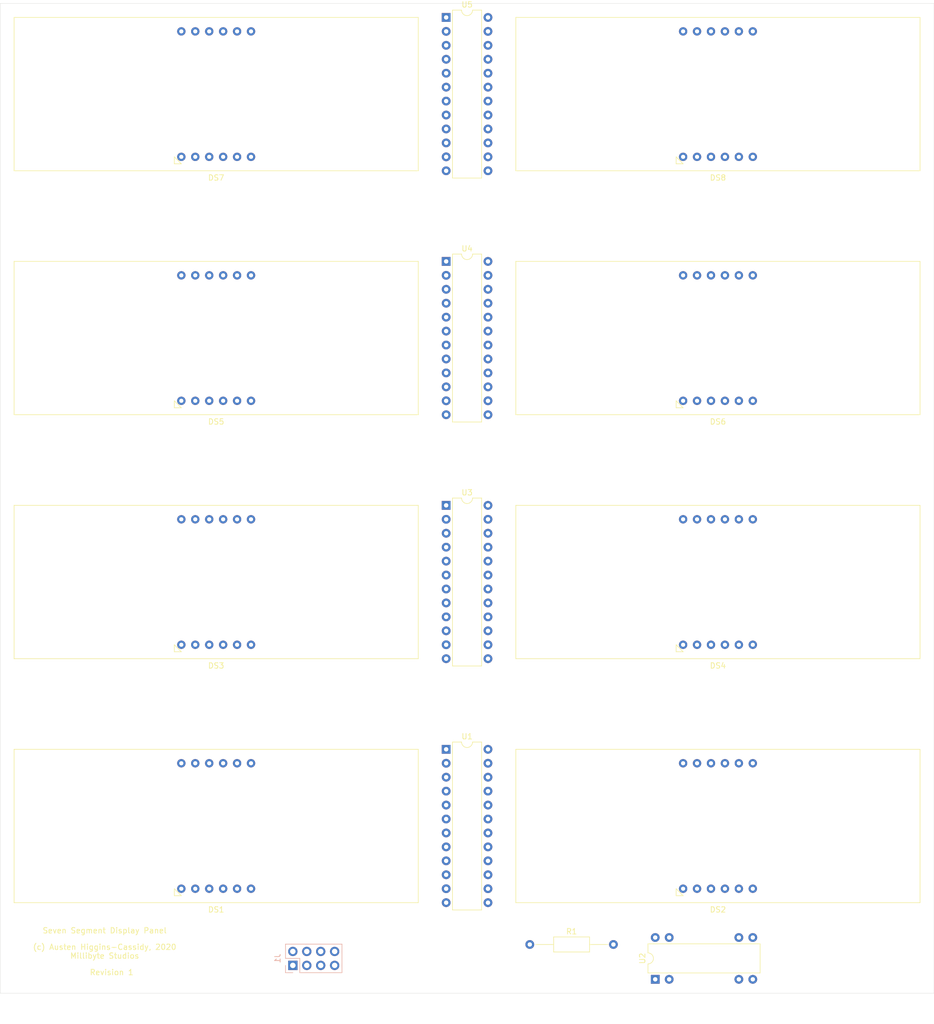
<source format=kicad_pcb>
(kicad_pcb (version 20171130) (host pcbnew "(5.1.8)-1")

  (general
    (thickness 1.6)
    (drawings 14)
    (tracks 0)
    (zones 0)
    (modules 15)
    (nets 79)
  )

  (page B)
  (layers
    (0 F.Cu signal)
    (1 In1.Cu signal)
    (2 In2.Cu power)
    (31 B.Cu signal)
    (32 B.Adhes user)
    (33 F.Adhes user)
    (34 B.Paste user)
    (35 F.Paste user)
    (36 B.SilkS user)
    (37 F.SilkS user)
    (38 B.Mask user)
    (39 F.Mask user)
    (40 Dwgs.User user)
    (41 Cmts.User user)
    (42 Eco1.User user)
    (43 Eco2.User user)
    (44 Edge.Cuts user)
    (45 Margin user)
    (46 B.CrtYd user)
    (47 F.CrtYd user)
    (48 B.Fab user)
    (49 F.Fab user)
  )

  (setup
    (last_trace_width 0.16)
    (user_trace_width 0.5)
    (user_trace_width 0.8)
    (user_trace_width 7)
    (trace_clearance 0.1524)
    (zone_clearance 0.508)
    (zone_45_only no)
    (trace_min 0.1524)
    (via_size 0.3)
    (via_drill 0.254)
    (via_min_size 0.127)
    (via_min_drill 0.254)
    (uvia_size 0.3)
    (uvia_drill 0.1)
    (uvias_allowed no)
    (uvia_min_size 0.2)
    (uvia_min_drill 0.1)
    (edge_width 0.05)
    (segment_width 0.2)
    (pcb_text_width 0.3)
    (pcb_text_size 1.5 1.5)
    (mod_edge_width 0.12)
    (mod_text_size 1 1)
    (mod_text_width 0.15)
    (pad_size 1.524 1.524)
    (pad_drill 0.762)
    (pad_to_mask_clearance 0)
    (aux_axis_origin 0 0)
    (grid_origin 49.53 52.705)
    (visible_elements FFFFFF7F)
    (pcbplotparams
      (layerselection 0x010fc_ffffffff)
      (usegerberextensions false)
      (usegerberattributes true)
      (usegerberadvancedattributes true)
      (creategerberjobfile true)
      (excludeedgelayer true)
      (linewidth 0.100000)
      (plotframeref false)
      (viasonmask false)
      (mode 1)
      (useauxorigin false)
      (hpglpennumber 1)
      (hpglpenspeed 20)
      (hpglpendiameter 15.000000)
      (psnegative false)
      (psa4output false)
      (plotreference true)
      (plotvalue true)
      (plotinvisibletext false)
      (padsonsilk false)
      (subtractmaskfromsilk false)
      (outputformat 1)
      (mirror false)
      (drillshape 1)
      (scaleselection 1)
      (outputdirectory ""))
  )

  (net 0 "")
  (net 1 /SSD_Panel/E1)
  (net 2 /SSD_Panel/D1)
  (net 3 /SSD_Panel/DP1)
  (net 4 /SSD_Panel/C1)
  (net 5 /SSD_Panel/G1)
  (net 6 /SSD_Panel/DIG3)
  (net 7 /SSD_Panel/B1)
  (net 8 /SSD_Panel/DIG2)
  (net 9 /SSD_Panel/DIG1)
  (net 10 /SSD_Panel/F1)
  (net 11 /SSD_Panel/A1)
  (net 12 /SSD_Panel/DIG0)
  (net 13 /SSD_Panel/DIG4)
  (net 14 /SSD_Panel/DIG5)
  (net 15 /SSD_Panel/DIG6)
  (net 16 /SSD_Panel/DIG7)
  (net 17 /SSD_Panel/E2)
  (net 18 /SSD_Panel/D2)
  (net 19 /SSD_Panel/DP2)
  (net 20 /SSD_Panel/C2)
  (net 21 /SSD_Panel/G2)
  (net 22 /SSD_Panel/DIG11)
  (net 23 /SSD_Panel/B2)
  (net 24 /SSD_Panel/DIG10)
  (net 25 /SSD_Panel/DIG9)
  (net 26 /SSD_Panel/F2)
  (net 27 /SSD_Panel/A2)
  (net 28 /SSD_Panel/DIG8)
  (net 29 /SSD_Panel/DIG12)
  (net 30 /SSD_Panel/DIG13)
  (net 31 /SSD_Panel/DIG14)
  (net 32 /SSD_Panel/DIG15)
  (net 33 /SSD_Panel/E3)
  (net 34 /SSD_Panel/D3)
  (net 35 /SSD_Panel/DP3)
  (net 36 /SSD_Panel/C3)
  (net 37 /SSD_Panel/G3)
  (net 38 /SSD_Panel/DIG19)
  (net 39 /SSD_Panel/B3)
  (net 40 /SSD_Panel/DIG18)
  (net 41 /SSD_Panel/DIG17)
  (net 42 /SSD_Panel/F3)
  (net 43 /SSD_Panel/A3)
  (net 44 /SSD_Panel/DIG16)
  (net 45 /SSD_Panel/DIG20)
  (net 46 /SSD_Panel/DIG21)
  (net 47 /SSD_Panel/DIG22)
  (net 48 /SSD_Panel/DIG23)
  (net 49 /SSD_Panel/E4)
  (net 50 /SSD_Panel/D4)
  (net 51 /SSD_Panel/DP4)
  (net 52 /SSD_Panel/C4)
  (net 53 /SSD_Panel/G4)
  (net 54 /SSD_Panel/DIG27)
  (net 55 /SSD_Panel/B4)
  (net 56 /SSD_Panel/DIG26)
  (net 57 /SSD_Panel/DIG25)
  (net 58 /SSD_Panel/F4)
  (net 59 /SSD_Panel/A4)
  (net 60 /SSD_Panel/DIG24)
  (net 61 /SSD_Panel/DIG28)
  (net 62 /SSD_Panel/DIG29)
  (net 63 /SSD_Panel/DIG30)
  (net 64 /SSD_Panel/DIG31)
  (net 65 /SSD_Panel/VCC)
  (net 66 "Net-(J1-Pad2)")
  (net 67 /SSD_Panel/CLK)
  (net 68 /SSD_Panel/DATA)
  (net 69 /SSD_Panel/CCSEL)
  (net 70 "Net-(J1-Pad6)")
  (net 71 /SSD_Panel/LOAD)
  (net 72 /SSD_Panel/GND)
  (net 73 /SSD_Panel/ISET)
  (net 74 "Net-(R1-Pad2)")
  (net 75 "Net-(U1-Pad24)")
  (net 76 "Net-(U3-Pad24)")
  (net 77 "Net-(U4-Pad24)")
  (net 78 "Net-(U5-Pad24)")

  (net_class Default "This is the default net class."
    (clearance 0.1524)
    (trace_width 0.16)
    (via_dia 0.3)
    (via_drill 0.254)
    (uvia_dia 0.3)
    (uvia_drill 0.1)
    (add_net /SSD_Panel/A1)
    (add_net /SSD_Panel/A2)
    (add_net /SSD_Panel/A3)
    (add_net /SSD_Panel/A4)
    (add_net /SSD_Panel/B1)
    (add_net /SSD_Panel/B2)
    (add_net /SSD_Panel/B3)
    (add_net /SSD_Panel/B4)
    (add_net /SSD_Panel/C1)
    (add_net /SSD_Panel/C2)
    (add_net /SSD_Panel/C3)
    (add_net /SSD_Panel/C4)
    (add_net /SSD_Panel/CCSEL)
    (add_net /SSD_Panel/CLK)
    (add_net /SSD_Panel/D1)
    (add_net /SSD_Panel/D2)
    (add_net /SSD_Panel/D3)
    (add_net /SSD_Panel/D4)
    (add_net /SSD_Panel/DATA)
    (add_net /SSD_Panel/DIG0)
    (add_net /SSD_Panel/DIG1)
    (add_net /SSD_Panel/DIG10)
    (add_net /SSD_Panel/DIG11)
    (add_net /SSD_Panel/DIG12)
    (add_net /SSD_Panel/DIG13)
    (add_net /SSD_Panel/DIG14)
    (add_net /SSD_Panel/DIG15)
    (add_net /SSD_Panel/DIG16)
    (add_net /SSD_Panel/DIG17)
    (add_net /SSD_Panel/DIG18)
    (add_net /SSD_Panel/DIG19)
    (add_net /SSD_Panel/DIG2)
    (add_net /SSD_Panel/DIG20)
    (add_net /SSD_Panel/DIG21)
    (add_net /SSD_Panel/DIG22)
    (add_net /SSD_Panel/DIG23)
    (add_net /SSD_Panel/DIG24)
    (add_net /SSD_Panel/DIG25)
    (add_net /SSD_Panel/DIG26)
    (add_net /SSD_Panel/DIG27)
    (add_net /SSD_Panel/DIG28)
    (add_net /SSD_Panel/DIG29)
    (add_net /SSD_Panel/DIG3)
    (add_net /SSD_Panel/DIG30)
    (add_net /SSD_Panel/DIG31)
    (add_net /SSD_Panel/DIG4)
    (add_net /SSD_Panel/DIG5)
    (add_net /SSD_Panel/DIG6)
    (add_net /SSD_Panel/DIG7)
    (add_net /SSD_Panel/DIG8)
    (add_net /SSD_Panel/DIG9)
    (add_net /SSD_Panel/DP1)
    (add_net /SSD_Panel/DP2)
    (add_net /SSD_Panel/DP3)
    (add_net /SSD_Panel/DP4)
    (add_net /SSD_Panel/E1)
    (add_net /SSD_Panel/E2)
    (add_net /SSD_Panel/E3)
    (add_net /SSD_Panel/E4)
    (add_net /SSD_Panel/F1)
    (add_net /SSD_Panel/F2)
    (add_net /SSD_Panel/F3)
    (add_net /SSD_Panel/F4)
    (add_net /SSD_Panel/G1)
    (add_net /SSD_Panel/G2)
    (add_net /SSD_Panel/G3)
    (add_net /SSD_Panel/G4)
    (add_net /SSD_Panel/ISET)
    (add_net /SSD_Panel/LOAD)
    (add_net "Net-(J1-Pad2)")
    (add_net "Net-(J1-Pad6)")
    (add_net "Net-(R1-Pad2)")
    (add_net "Net-(U1-Pad24)")
    (add_net "Net-(U3-Pad24)")
    (add_net "Net-(U4-Pad24)")
    (add_net "Net-(U5-Pad24)")
  )

  (net_class Power ""
    (clearance 0.2)
    (trace_width 0.2)
    (via_dia 0.3)
    (via_drill 0.254)
    (uvia_dia 0.3)
    (uvia_drill 0.1)
    (add_net /SSD_Panel/GND)
    (add_net /SSD_Panel/VCC)
  )

  (module Disarmed:D8041CD (layer F.Cu) (tedit 5FDAC01C) (tstamp 5FDBBAAF)
    (at 52.07 161.925)
    (path /5FDA965E/5FDAFF45)
    (fp_text reference DS1 (at 0 15.24) (layer F.SilkS)
      (effects (font (size 1 1) (thickness 0.15)))
    )
    (fp_text value D8014CD (at 0.1 -14.55) (layer F.Fab)
      (effects (font (size 1 1) (thickness 0.15)))
    )
    (fp_line (start -6.35 12.7) (end -7.62 11.43) (layer F.SilkS) (width 0.12))
    (fp_line (start -7.62 12.7) (end -6.35 12.7) (layer F.SilkS) (width 0.12))
    (fp_line (start -7.62 11.43) (end -7.62 12.7) (layer F.SilkS) (width 0.12))
    (fp_line (start 0 -12.85) (end -0.1 -12.85) (layer F.CrtYd) (width 0.12))
    (fp_line (start -36.83 -13.97) (end -36.83 13.97) (layer F.SilkS) (width 0.12))
    (fp_line (start -36.83 -13.97) (end 36.83 -13.97) (layer F.SilkS) (width 0.12))
    (fp_line (start 36.83 -13.97) (end 36.83 13.97) (layer F.SilkS) (width 0.12))
    (fp_line (start 36.83 13.97) (end -36.83 13.97) (layer F.SilkS) (width 0.12))
    (fp_line (start 37.465 -14.605) (end -37.465 -14.605) (layer F.CrtYd) (width 0.12))
    (fp_line (start -37.465 -14.605) (end -37.465 14.605) (layer F.CrtYd) (width 0.12))
    (fp_line (start -37.465 14.605) (end 37.465 14.605) (layer F.CrtYd) (width 0.12))
    (fp_line (start 37.465 14.605) (end 37.465 -14.605) (layer F.CrtYd) (width 0.12))
    (fp_line (start 0 0) (end 0 -11) (layer Eco1.User) (width 0.12))
    (fp_line (start 0 0) (end 0 11) (layer Eco1.User) (width 0.12))
    (pad 1 thru_hole circle (at -6.35 11.43) (size 1.524 1.524) (drill 0.762) (layers *.Cu *.Mask)
      (net 1 /SSD_Panel/E1))
    (pad 2 thru_hole circle (at -3.81 11.43) (size 1.524 1.524) (drill 0.762) (layers *.Cu *.Mask)
      (net 2 /SSD_Panel/D1))
    (pad 3 thru_hole circle (at -1.27 11.43) (size 1.524 1.524) (drill 0.762) (layers *.Cu *.Mask)
      (net 3 /SSD_Panel/DP1))
    (pad 4 thru_hole circle (at 1.27 11.43) (size 1.524 1.524) (drill 0.762) (layers *.Cu *.Mask)
      (net 4 /SSD_Panel/C1))
    (pad 5 thru_hole circle (at 3.81 11.43) (size 1.524 1.524) (drill 0.762) (layers *.Cu *.Mask)
      (net 5 /SSD_Panel/G1))
    (pad 6 thru_hole circle (at 6.35 11.43) (size 1.524 1.524) (drill 0.762) (layers *.Cu *.Mask)
      (net 6 /SSD_Panel/DIG3))
    (pad 7 thru_hole circle (at 6.35 -11.43) (size 1.524 1.524) (drill 0.762) (layers *.Cu *.Mask)
      (net 7 /SSD_Panel/B1))
    (pad 8 thru_hole circle (at 3.81 -11.43) (size 1.524 1.524) (drill 0.762) (layers *.Cu *.Mask)
      (net 8 /SSD_Panel/DIG2))
    (pad 9 thru_hole circle (at 1.27 -11.43) (size 1.524 1.524) (drill 0.762) (layers *.Cu *.Mask)
      (net 9 /SSD_Panel/DIG1))
    (pad 10 thru_hole circle (at -1.27 -11.43) (size 1.524 1.524) (drill 0.762) (layers *.Cu *.Mask)
      (net 10 /SSD_Panel/F1))
    (pad 11 thru_hole circle (at -3.81 -11.43) (size 1.524 1.524) (drill 0.762) (layers *.Cu *.Mask)
      (net 11 /SSD_Panel/A1))
    (pad 12 thru_hole circle (at -6.35 -11.43) (size 1.524 1.524) (drill 0.762) (layers *.Cu *.Mask)
      (net 12 /SSD_Panel/DIG0))
  )

  (module Disarmed:D8041CD (layer F.Cu) (tedit 5FDAC01C) (tstamp 5FDBBACD)
    (at 143.51 161.925)
    (path /5FDA965E/5FDB2B9D)
    (fp_text reference DS2 (at 0 15.24) (layer F.SilkS)
      (effects (font (size 1 1) (thickness 0.15)))
    )
    (fp_text value D8014CD (at 0.1 -14.55) (layer F.Fab)
      (effects (font (size 1 1) (thickness 0.15)))
    )
    (fp_line (start 0 0) (end 0 11) (layer Eco1.User) (width 0.12))
    (fp_line (start 0 0) (end 0 -11) (layer Eco1.User) (width 0.12))
    (fp_line (start 37.465 14.605) (end 37.465 -14.605) (layer F.CrtYd) (width 0.12))
    (fp_line (start -37.465 14.605) (end 37.465 14.605) (layer F.CrtYd) (width 0.12))
    (fp_line (start -37.465 -14.605) (end -37.465 14.605) (layer F.CrtYd) (width 0.12))
    (fp_line (start 37.465 -14.605) (end -37.465 -14.605) (layer F.CrtYd) (width 0.12))
    (fp_line (start 36.83 13.97) (end -36.83 13.97) (layer F.SilkS) (width 0.12))
    (fp_line (start 36.83 -13.97) (end 36.83 13.97) (layer F.SilkS) (width 0.12))
    (fp_line (start -36.83 -13.97) (end 36.83 -13.97) (layer F.SilkS) (width 0.12))
    (fp_line (start -36.83 -13.97) (end -36.83 13.97) (layer F.SilkS) (width 0.12))
    (fp_line (start 0 -12.85) (end -0.1 -12.85) (layer F.CrtYd) (width 0.12))
    (fp_line (start -7.62 11.43) (end -7.62 12.7) (layer F.SilkS) (width 0.12))
    (fp_line (start -7.62 12.7) (end -6.35 12.7) (layer F.SilkS) (width 0.12))
    (fp_line (start -6.35 12.7) (end -7.62 11.43) (layer F.SilkS) (width 0.12))
    (pad 12 thru_hole circle (at -6.35 -11.43) (size 1.524 1.524) (drill 0.762) (layers *.Cu *.Mask)
      (net 13 /SSD_Panel/DIG4))
    (pad 11 thru_hole circle (at -3.81 -11.43) (size 1.524 1.524) (drill 0.762) (layers *.Cu *.Mask)
      (net 11 /SSD_Panel/A1))
    (pad 10 thru_hole circle (at -1.27 -11.43) (size 1.524 1.524) (drill 0.762) (layers *.Cu *.Mask)
      (net 10 /SSD_Panel/F1))
    (pad 9 thru_hole circle (at 1.27 -11.43) (size 1.524 1.524) (drill 0.762) (layers *.Cu *.Mask)
      (net 14 /SSD_Panel/DIG5))
    (pad 8 thru_hole circle (at 3.81 -11.43) (size 1.524 1.524) (drill 0.762) (layers *.Cu *.Mask)
      (net 15 /SSD_Panel/DIG6))
    (pad 7 thru_hole circle (at 6.35 -11.43) (size 1.524 1.524) (drill 0.762) (layers *.Cu *.Mask)
      (net 7 /SSD_Panel/B1))
    (pad 6 thru_hole circle (at 6.35 11.43) (size 1.524 1.524) (drill 0.762) (layers *.Cu *.Mask)
      (net 16 /SSD_Panel/DIG7))
    (pad 5 thru_hole circle (at 3.81 11.43) (size 1.524 1.524) (drill 0.762) (layers *.Cu *.Mask)
      (net 5 /SSD_Panel/G1))
    (pad 4 thru_hole circle (at 1.27 11.43) (size 1.524 1.524) (drill 0.762) (layers *.Cu *.Mask)
      (net 4 /SSD_Panel/C1))
    (pad 3 thru_hole circle (at -1.27 11.43) (size 1.524 1.524) (drill 0.762) (layers *.Cu *.Mask)
      (net 3 /SSD_Panel/DP1))
    (pad 2 thru_hole circle (at -3.81 11.43) (size 1.524 1.524) (drill 0.762) (layers *.Cu *.Mask)
      (net 2 /SSD_Panel/D1))
    (pad 1 thru_hole circle (at -6.35 11.43) (size 1.524 1.524) (drill 0.762) (layers *.Cu *.Mask)
      (net 1 /SSD_Panel/E1))
  )

  (module Disarmed:D8041CD (layer F.Cu) (tedit 5FDAC01C) (tstamp 5FDBBAEB)
    (at 52.07 117.475)
    (path /5FDA965E/5FDF6F92)
    (fp_text reference DS3 (at 0 15.24) (layer F.SilkS)
      (effects (font (size 1 1) (thickness 0.15)))
    )
    (fp_text value D8014CD (at 0.1 -14.55) (layer F.Fab)
      (effects (font (size 1 1) (thickness 0.15)))
    )
    (fp_line (start -6.35 12.7) (end -7.62 11.43) (layer F.SilkS) (width 0.12))
    (fp_line (start -7.62 12.7) (end -6.35 12.7) (layer F.SilkS) (width 0.12))
    (fp_line (start -7.62 11.43) (end -7.62 12.7) (layer F.SilkS) (width 0.12))
    (fp_line (start 0 -12.85) (end -0.1 -12.85) (layer F.CrtYd) (width 0.12))
    (fp_line (start -36.83 -13.97) (end -36.83 13.97) (layer F.SilkS) (width 0.12))
    (fp_line (start -36.83 -13.97) (end 36.83 -13.97) (layer F.SilkS) (width 0.12))
    (fp_line (start 36.83 -13.97) (end 36.83 13.97) (layer F.SilkS) (width 0.12))
    (fp_line (start 36.83 13.97) (end -36.83 13.97) (layer F.SilkS) (width 0.12))
    (fp_line (start 37.465 -14.605) (end -37.465 -14.605) (layer F.CrtYd) (width 0.12))
    (fp_line (start -37.465 -14.605) (end -37.465 14.605) (layer F.CrtYd) (width 0.12))
    (fp_line (start -37.465 14.605) (end 37.465 14.605) (layer F.CrtYd) (width 0.12))
    (fp_line (start 37.465 14.605) (end 37.465 -14.605) (layer F.CrtYd) (width 0.12))
    (fp_line (start 0 0) (end 0 -11) (layer Eco1.User) (width 0.12))
    (fp_line (start 0 0) (end 0 11) (layer Eco1.User) (width 0.12))
    (pad 1 thru_hole circle (at -6.35 11.43) (size 1.524 1.524) (drill 0.762) (layers *.Cu *.Mask)
      (net 17 /SSD_Panel/E2))
    (pad 2 thru_hole circle (at -3.81 11.43) (size 1.524 1.524) (drill 0.762) (layers *.Cu *.Mask)
      (net 18 /SSD_Panel/D2))
    (pad 3 thru_hole circle (at -1.27 11.43) (size 1.524 1.524) (drill 0.762) (layers *.Cu *.Mask)
      (net 19 /SSD_Panel/DP2))
    (pad 4 thru_hole circle (at 1.27 11.43) (size 1.524 1.524) (drill 0.762) (layers *.Cu *.Mask)
      (net 20 /SSD_Panel/C2))
    (pad 5 thru_hole circle (at 3.81 11.43) (size 1.524 1.524) (drill 0.762) (layers *.Cu *.Mask)
      (net 21 /SSD_Panel/G2))
    (pad 6 thru_hole circle (at 6.35 11.43) (size 1.524 1.524) (drill 0.762) (layers *.Cu *.Mask)
      (net 22 /SSD_Panel/DIG11))
    (pad 7 thru_hole circle (at 6.35 -11.43) (size 1.524 1.524) (drill 0.762) (layers *.Cu *.Mask)
      (net 23 /SSD_Panel/B2))
    (pad 8 thru_hole circle (at 3.81 -11.43) (size 1.524 1.524) (drill 0.762) (layers *.Cu *.Mask)
      (net 24 /SSD_Panel/DIG10))
    (pad 9 thru_hole circle (at 1.27 -11.43) (size 1.524 1.524) (drill 0.762) (layers *.Cu *.Mask)
      (net 25 /SSD_Panel/DIG9))
    (pad 10 thru_hole circle (at -1.27 -11.43) (size 1.524 1.524) (drill 0.762) (layers *.Cu *.Mask)
      (net 26 /SSD_Panel/F2))
    (pad 11 thru_hole circle (at -3.81 -11.43) (size 1.524 1.524) (drill 0.762) (layers *.Cu *.Mask)
      (net 27 /SSD_Panel/A2))
    (pad 12 thru_hole circle (at -6.35 -11.43) (size 1.524 1.524) (drill 0.762) (layers *.Cu *.Mask)
      (net 28 /SSD_Panel/DIG8))
  )

  (module Disarmed:D8041CD (layer F.Cu) (tedit 5FDAC01C) (tstamp 5FDBBB09)
    (at 143.51 117.475)
    (path /5FDA965E/5FDF6F98)
    (fp_text reference DS4 (at 0 15.24) (layer F.SilkS)
      (effects (font (size 1 1) (thickness 0.15)))
    )
    (fp_text value D8014CD (at 0.1 -14.55) (layer F.Fab)
      (effects (font (size 1 1) (thickness 0.15)))
    )
    (fp_line (start 0 0) (end 0 11) (layer Eco1.User) (width 0.12))
    (fp_line (start 0 0) (end 0 -11) (layer Eco1.User) (width 0.12))
    (fp_line (start 37.465 14.605) (end 37.465 -14.605) (layer F.CrtYd) (width 0.12))
    (fp_line (start -37.465 14.605) (end 37.465 14.605) (layer F.CrtYd) (width 0.12))
    (fp_line (start -37.465 -14.605) (end -37.465 14.605) (layer F.CrtYd) (width 0.12))
    (fp_line (start 37.465 -14.605) (end -37.465 -14.605) (layer F.CrtYd) (width 0.12))
    (fp_line (start 36.83 13.97) (end -36.83 13.97) (layer F.SilkS) (width 0.12))
    (fp_line (start 36.83 -13.97) (end 36.83 13.97) (layer F.SilkS) (width 0.12))
    (fp_line (start -36.83 -13.97) (end 36.83 -13.97) (layer F.SilkS) (width 0.12))
    (fp_line (start -36.83 -13.97) (end -36.83 13.97) (layer F.SilkS) (width 0.12))
    (fp_line (start 0 -12.85) (end -0.1 -12.85) (layer F.CrtYd) (width 0.12))
    (fp_line (start -7.62 11.43) (end -7.62 12.7) (layer F.SilkS) (width 0.12))
    (fp_line (start -7.62 12.7) (end -6.35 12.7) (layer F.SilkS) (width 0.12))
    (fp_line (start -6.35 12.7) (end -7.62 11.43) (layer F.SilkS) (width 0.12))
    (pad 12 thru_hole circle (at -6.35 -11.43) (size 1.524 1.524) (drill 0.762) (layers *.Cu *.Mask)
      (net 29 /SSD_Panel/DIG12))
    (pad 11 thru_hole circle (at -3.81 -11.43) (size 1.524 1.524) (drill 0.762) (layers *.Cu *.Mask)
      (net 27 /SSD_Panel/A2))
    (pad 10 thru_hole circle (at -1.27 -11.43) (size 1.524 1.524) (drill 0.762) (layers *.Cu *.Mask)
      (net 26 /SSD_Panel/F2))
    (pad 9 thru_hole circle (at 1.27 -11.43) (size 1.524 1.524) (drill 0.762) (layers *.Cu *.Mask)
      (net 30 /SSD_Panel/DIG13))
    (pad 8 thru_hole circle (at 3.81 -11.43) (size 1.524 1.524) (drill 0.762) (layers *.Cu *.Mask)
      (net 31 /SSD_Panel/DIG14))
    (pad 7 thru_hole circle (at 6.35 -11.43) (size 1.524 1.524) (drill 0.762) (layers *.Cu *.Mask)
      (net 23 /SSD_Panel/B2))
    (pad 6 thru_hole circle (at 6.35 11.43) (size 1.524 1.524) (drill 0.762) (layers *.Cu *.Mask)
      (net 32 /SSD_Panel/DIG15))
    (pad 5 thru_hole circle (at 3.81 11.43) (size 1.524 1.524) (drill 0.762) (layers *.Cu *.Mask)
      (net 21 /SSD_Panel/G2))
    (pad 4 thru_hole circle (at 1.27 11.43) (size 1.524 1.524) (drill 0.762) (layers *.Cu *.Mask)
      (net 20 /SSD_Panel/C2))
    (pad 3 thru_hole circle (at -1.27 11.43) (size 1.524 1.524) (drill 0.762) (layers *.Cu *.Mask)
      (net 19 /SSD_Panel/DP2))
    (pad 2 thru_hole circle (at -3.81 11.43) (size 1.524 1.524) (drill 0.762) (layers *.Cu *.Mask)
      (net 18 /SSD_Panel/D2))
    (pad 1 thru_hole circle (at -6.35 11.43) (size 1.524 1.524) (drill 0.762) (layers *.Cu *.Mask)
      (net 17 /SSD_Panel/E2))
  )

  (module Disarmed:D8041CD (layer F.Cu) (tedit 5FDAC01C) (tstamp 5FDBBB27)
    (at 52.07 73.025)
    (path /5FDA965E/5FDF8DD1)
    (fp_text reference DS5 (at 0 15.24) (layer F.SilkS)
      (effects (font (size 1 1) (thickness 0.15)))
    )
    (fp_text value D8014CD (at 0.1 -14.55) (layer F.Fab)
      (effects (font (size 1 1) (thickness 0.15)))
    )
    (fp_line (start -6.35 12.7) (end -7.62 11.43) (layer F.SilkS) (width 0.12))
    (fp_line (start -7.62 12.7) (end -6.35 12.7) (layer F.SilkS) (width 0.12))
    (fp_line (start -7.62 11.43) (end -7.62 12.7) (layer F.SilkS) (width 0.12))
    (fp_line (start 0 -12.85) (end -0.1 -12.85) (layer F.CrtYd) (width 0.12))
    (fp_line (start -36.83 -13.97) (end -36.83 13.97) (layer F.SilkS) (width 0.12))
    (fp_line (start -36.83 -13.97) (end 36.83 -13.97) (layer F.SilkS) (width 0.12))
    (fp_line (start 36.83 -13.97) (end 36.83 13.97) (layer F.SilkS) (width 0.12))
    (fp_line (start 36.83 13.97) (end -36.83 13.97) (layer F.SilkS) (width 0.12))
    (fp_line (start 37.465 -14.605) (end -37.465 -14.605) (layer F.CrtYd) (width 0.12))
    (fp_line (start -37.465 -14.605) (end -37.465 14.605) (layer F.CrtYd) (width 0.12))
    (fp_line (start -37.465 14.605) (end 37.465 14.605) (layer F.CrtYd) (width 0.12))
    (fp_line (start 37.465 14.605) (end 37.465 -14.605) (layer F.CrtYd) (width 0.12))
    (fp_line (start 0 0) (end 0 -11) (layer Eco1.User) (width 0.12))
    (fp_line (start 0 0) (end 0 11) (layer Eco1.User) (width 0.12))
    (pad 1 thru_hole circle (at -6.35 11.43) (size 1.524 1.524) (drill 0.762) (layers *.Cu *.Mask)
      (net 33 /SSD_Panel/E3))
    (pad 2 thru_hole circle (at -3.81 11.43) (size 1.524 1.524) (drill 0.762) (layers *.Cu *.Mask)
      (net 34 /SSD_Panel/D3))
    (pad 3 thru_hole circle (at -1.27 11.43) (size 1.524 1.524) (drill 0.762) (layers *.Cu *.Mask)
      (net 35 /SSD_Panel/DP3))
    (pad 4 thru_hole circle (at 1.27 11.43) (size 1.524 1.524) (drill 0.762) (layers *.Cu *.Mask)
      (net 36 /SSD_Panel/C3))
    (pad 5 thru_hole circle (at 3.81 11.43) (size 1.524 1.524) (drill 0.762) (layers *.Cu *.Mask)
      (net 37 /SSD_Panel/G3))
    (pad 6 thru_hole circle (at 6.35 11.43) (size 1.524 1.524) (drill 0.762) (layers *.Cu *.Mask)
      (net 38 /SSD_Panel/DIG19))
    (pad 7 thru_hole circle (at 6.35 -11.43) (size 1.524 1.524) (drill 0.762) (layers *.Cu *.Mask)
      (net 39 /SSD_Panel/B3))
    (pad 8 thru_hole circle (at 3.81 -11.43) (size 1.524 1.524) (drill 0.762) (layers *.Cu *.Mask)
      (net 40 /SSD_Panel/DIG18))
    (pad 9 thru_hole circle (at 1.27 -11.43) (size 1.524 1.524) (drill 0.762) (layers *.Cu *.Mask)
      (net 41 /SSD_Panel/DIG17))
    (pad 10 thru_hole circle (at -1.27 -11.43) (size 1.524 1.524) (drill 0.762) (layers *.Cu *.Mask)
      (net 42 /SSD_Panel/F3))
    (pad 11 thru_hole circle (at -3.81 -11.43) (size 1.524 1.524) (drill 0.762) (layers *.Cu *.Mask)
      (net 43 /SSD_Panel/A3))
    (pad 12 thru_hole circle (at -6.35 -11.43) (size 1.524 1.524) (drill 0.762) (layers *.Cu *.Mask)
      (net 44 /SSD_Panel/DIG16))
  )

  (module Disarmed:D8041CD (layer F.Cu) (tedit 5FDAC01C) (tstamp 5FDBBB45)
    (at 143.51 73.025)
    (path /5FDA965E/5FDF8DD7)
    (fp_text reference DS6 (at 0 15.24) (layer F.SilkS)
      (effects (font (size 1 1) (thickness 0.15)))
    )
    (fp_text value D8014CD (at 0.1 -14.55) (layer F.Fab)
      (effects (font (size 1 1) (thickness 0.15)))
    )
    (fp_line (start 0 0) (end 0 11) (layer Eco1.User) (width 0.12))
    (fp_line (start 0 0) (end 0 -11) (layer Eco1.User) (width 0.12))
    (fp_line (start 37.465 14.605) (end 37.465 -14.605) (layer F.CrtYd) (width 0.12))
    (fp_line (start -37.465 14.605) (end 37.465 14.605) (layer F.CrtYd) (width 0.12))
    (fp_line (start -37.465 -14.605) (end -37.465 14.605) (layer F.CrtYd) (width 0.12))
    (fp_line (start 37.465 -14.605) (end -37.465 -14.605) (layer F.CrtYd) (width 0.12))
    (fp_line (start 36.83 13.97) (end -36.83 13.97) (layer F.SilkS) (width 0.12))
    (fp_line (start 36.83 -13.97) (end 36.83 13.97) (layer F.SilkS) (width 0.12))
    (fp_line (start -36.83 -13.97) (end 36.83 -13.97) (layer F.SilkS) (width 0.12))
    (fp_line (start -36.83 -13.97) (end -36.83 13.97) (layer F.SilkS) (width 0.12))
    (fp_line (start 0 -12.85) (end -0.1 -12.85) (layer F.CrtYd) (width 0.12))
    (fp_line (start -7.62 11.43) (end -7.62 12.7) (layer F.SilkS) (width 0.12))
    (fp_line (start -7.62 12.7) (end -6.35 12.7) (layer F.SilkS) (width 0.12))
    (fp_line (start -6.35 12.7) (end -7.62 11.43) (layer F.SilkS) (width 0.12))
    (pad 12 thru_hole circle (at -6.35 -11.43) (size 1.524 1.524) (drill 0.762) (layers *.Cu *.Mask)
      (net 45 /SSD_Panel/DIG20))
    (pad 11 thru_hole circle (at -3.81 -11.43) (size 1.524 1.524) (drill 0.762) (layers *.Cu *.Mask)
      (net 43 /SSD_Panel/A3))
    (pad 10 thru_hole circle (at -1.27 -11.43) (size 1.524 1.524) (drill 0.762) (layers *.Cu *.Mask)
      (net 42 /SSD_Panel/F3))
    (pad 9 thru_hole circle (at 1.27 -11.43) (size 1.524 1.524) (drill 0.762) (layers *.Cu *.Mask)
      (net 46 /SSD_Panel/DIG21))
    (pad 8 thru_hole circle (at 3.81 -11.43) (size 1.524 1.524) (drill 0.762) (layers *.Cu *.Mask)
      (net 47 /SSD_Panel/DIG22))
    (pad 7 thru_hole circle (at 6.35 -11.43) (size 1.524 1.524) (drill 0.762) (layers *.Cu *.Mask)
      (net 39 /SSD_Panel/B3))
    (pad 6 thru_hole circle (at 6.35 11.43) (size 1.524 1.524) (drill 0.762) (layers *.Cu *.Mask)
      (net 48 /SSD_Panel/DIG23))
    (pad 5 thru_hole circle (at 3.81 11.43) (size 1.524 1.524) (drill 0.762) (layers *.Cu *.Mask)
      (net 37 /SSD_Panel/G3))
    (pad 4 thru_hole circle (at 1.27 11.43) (size 1.524 1.524) (drill 0.762) (layers *.Cu *.Mask)
      (net 36 /SSD_Panel/C3))
    (pad 3 thru_hole circle (at -1.27 11.43) (size 1.524 1.524) (drill 0.762) (layers *.Cu *.Mask)
      (net 35 /SSD_Panel/DP3))
    (pad 2 thru_hole circle (at -3.81 11.43) (size 1.524 1.524) (drill 0.762) (layers *.Cu *.Mask)
      (net 34 /SSD_Panel/D3))
    (pad 1 thru_hole circle (at -6.35 11.43) (size 1.524 1.524) (drill 0.762) (layers *.Cu *.Mask)
      (net 33 /SSD_Panel/E3))
  )

  (module Disarmed:D8041CD (layer F.Cu) (tedit 5FDAC01C) (tstamp 5FDBBB63)
    (at 52.07 28.575)
    (path /5FDA965E/5FDFC2C0)
    (fp_text reference DS7 (at 0 15.24) (layer F.SilkS)
      (effects (font (size 1 1) (thickness 0.15)))
    )
    (fp_text value D8014CD (at 0.1 -14.55) (layer F.Fab)
      (effects (font (size 1 1) (thickness 0.15)))
    )
    (fp_line (start -6.35 12.7) (end -7.62 11.43) (layer F.SilkS) (width 0.12))
    (fp_line (start -7.62 12.7) (end -6.35 12.7) (layer F.SilkS) (width 0.12))
    (fp_line (start -7.62 11.43) (end -7.62 12.7) (layer F.SilkS) (width 0.12))
    (fp_line (start 0 -12.85) (end -0.1 -12.85) (layer F.CrtYd) (width 0.12))
    (fp_line (start -36.83 -13.97) (end -36.83 13.97) (layer F.SilkS) (width 0.12))
    (fp_line (start -36.83 -13.97) (end 36.83 -13.97) (layer F.SilkS) (width 0.12))
    (fp_line (start 36.83 -13.97) (end 36.83 13.97) (layer F.SilkS) (width 0.12))
    (fp_line (start 36.83 13.97) (end -36.83 13.97) (layer F.SilkS) (width 0.12))
    (fp_line (start 37.465 -14.605) (end -37.465 -14.605) (layer F.CrtYd) (width 0.12))
    (fp_line (start -37.465 -14.605) (end -37.465 14.605) (layer F.CrtYd) (width 0.12))
    (fp_line (start -37.465 14.605) (end 37.465 14.605) (layer F.CrtYd) (width 0.12))
    (fp_line (start 37.465 14.605) (end 37.465 -14.605) (layer F.CrtYd) (width 0.12))
    (fp_line (start 0 0) (end 0 -11) (layer Eco1.User) (width 0.12))
    (fp_line (start 0 0) (end 0 11) (layer Eco1.User) (width 0.12))
    (pad 1 thru_hole circle (at -6.35 11.43) (size 1.524 1.524) (drill 0.762) (layers *.Cu *.Mask)
      (net 49 /SSD_Panel/E4))
    (pad 2 thru_hole circle (at -3.81 11.43) (size 1.524 1.524) (drill 0.762) (layers *.Cu *.Mask)
      (net 50 /SSD_Panel/D4))
    (pad 3 thru_hole circle (at -1.27 11.43) (size 1.524 1.524) (drill 0.762) (layers *.Cu *.Mask)
      (net 51 /SSD_Panel/DP4))
    (pad 4 thru_hole circle (at 1.27 11.43) (size 1.524 1.524) (drill 0.762) (layers *.Cu *.Mask)
      (net 52 /SSD_Panel/C4))
    (pad 5 thru_hole circle (at 3.81 11.43) (size 1.524 1.524) (drill 0.762) (layers *.Cu *.Mask)
      (net 53 /SSD_Panel/G4))
    (pad 6 thru_hole circle (at 6.35 11.43) (size 1.524 1.524) (drill 0.762) (layers *.Cu *.Mask)
      (net 54 /SSD_Panel/DIG27))
    (pad 7 thru_hole circle (at 6.35 -11.43) (size 1.524 1.524) (drill 0.762) (layers *.Cu *.Mask)
      (net 55 /SSD_Panel/B4))
    (pad 8 thru_hole circle (at 3.81 -11.43) (size 1.524 1.524) (drill 0.762) (layers *.Cu *.Mask)
      (net 56 /SSD_Panel/DIG26))
    (pad 9 thru_hole circle (at 1.27 -11.43) (size 1.524 1.524) (drill 0.762) (layers *.Cu *.Mask)
      (net 57 /SSD_Panel/DIG25))
    (pad 10 thru_hole circle (at -1.27 -11.43) (size 1.524 1.524) (drill 0.762) (layers *.Cu *.Mask)
      (net 58 /SSD_Panel/F4))
    (pad 11 thru_hole circle (at -3.81 -11.43) (size 1.524 1.524) (drill 0.762) (layers *.Cu *.Mask)
      (net 59 /SSD_Panel/A4))
    (pad 12 thru_hole circle (at -6.35 -11.43) (size 1.524 1.524) (drill 0.762) (layers *.Cu *.Mask)
      (net 60 /SSD_Panel/DIG24))
  )

  (module Disarmed:D8041CD (layer F.Cu) (tedit 5FDAC01C) (tstamp 5FDBBB81)
    (at 143.51 28.575)
    (path /5FDA965E/5FDFC2C6)
    (fp_text reference DS8 (at 0 15.24) (layer F.SilkS)
      (effects (font (size 1 1) (thickness 0.15)))
    )
    (fp_text value D8014CD (at 0.1 -14.55) (layer F.Fab)
      (effects (font (size 1 1) (thickness 0.15)))
    )
    (fp_line (start 0 0) (end 0 11) (layer Eco1.User) (width 0.12))
    (fp_line (start 0 0) (end 0 -11) (layer Eco1.User) (width 0.12))
    (fp_line (start 37.465 14.605) (end 37.465 -14.605) (layer F.CrtYd) (width 0.12))
    (fp_line (start -37.465 14.605) (end 37.465 14.605) (layer F.CrtYd) (width 0.12))
    (fp_line (start -37.465 -14.605) (end -37.465 14.605) (layer F.CrtYd) (width 0.12))
    (fp_line (start 37.465 -14.605) (end -37.465 -14.605) (layer F.CrtYd) (width 0.12))
    (fp_line (start 36.83 13.97) (end -36.83 13.97) (layer F.SilkS) (width 0.12))
    (fp_line (start 36.83 -13.97) (end 36.83 13.97) (layer F.SilkS) (width 0.12))
    (fp_line (start -36.83 -13.97) (end 36.83 -13.97) (layer F.SilkS) (width 0.12))
    (fp_line (start -36.83 -13.97) (end -36.83 13.97) (layer F.SilkS) (width 0.12))
    (fp_line (start 0 -12.85) (end -0.1 -12.85) (layer F.CrtYd) (width 0.12))
    (fp_line (start -7.62 11.43) (end -7.62 12.7) (layer F.SilkS) (width 0.12))
    (fp_line (start -7.62 12.7) (end -6.35 12.7) (layer F.SilkS) (width 0.12))
    (fp_line (start -6.35 12.7) (end -7.62 11.43) (layer F.SilkS) (width 0.12))
    (pad 12 thru_hole circle (at -6.35 -11.43) (size 1.524 1.524) (drill 0.762) (layers *.Cu *.Mask)
      (net 61 /SSD_Panel/DIG28))
    (pad 11 thru_hole circle (at -3.81 -11.43) (size 1.524 1.524) (drill 0.762) (layers *.Cu *.Mask)
      (net 59 /SSD_Panel/A4))
    (pad 10 thru_hole circle (at -1.27 -11.43) (size 1.524 1.524) (drill 0.762) (layers *.Cu *.Mask)
      (net 58 /SSD_Panel/F4))
    (pad 9 thru_hole circle (at 1.27 -11.43) (size 1.524 1.524) (drill 0.762) (layers *.Cu *.Mask)
      (net 62 /SSD_Panel/DIG29))
    (pad 8 thru_hole circle (at 3.81 -11.43) (size 1.524 1.524) (drill 0.762) (layers *.Cu *.Mask)
      (net 63 /SSD_Panel/DIG30))
    (pad 7 thru_hole circle (at 6.35 -11.43) (size 1.524 1.524) (drill 0.762) (layers *.Cu *.Mask)
      (net 55 /SSD_Panel/B4))
    (pad 6 thru_hole circle (at 6.35 11.43) (size 1.524 1.524) (drill 0.762) (layers *.Cu *.Mask)
      (net 64 /SSD_Panel/DIG31))
    (pad 5 thru_hole circle (at 3.81 11.43) (size 1.524 1.524) (drill 0.762) (layers *.Cu *.Mask)
      (net 53 /SSD_Panel/G4))
    (pad 4 thru_hole circle (at 1.27 11.43) (size 1.524 1.524) (drill 0.762) (layers *.Cu *.Mask)
      (net 52 /SSD_Panel/C4))
    (pad 3 thru_hole circle (at -1.27 11.43) (size 1.524 1.524) (drill 0.762) (layers *.Cu *.Mask)
      (net 51 /SSD_Panel/DP4))
    (pad 2 thru_hole circle (at -3.81 11.43) (size 1.524 1.524) (drill 0.762) (layers *.Cu *.Mask)
      (net 50 /SSD_Panel/D4))
    (pad 1 thru_hole circle (at -6.35 11.43) (size 1.524 1.524) (drill 0.762) (layers *.Cu *.Mask)
      (net 49 /SSD_Panel/E4))
  )

  (module Connector_PinSocket_2.54mm:PinSocket_2x04_P2.54mm_Vertical (layer B.Cu) (tedit 5A19A422) (tstamp 5FDBBB9F)
    (at 66.04 187.325 270)
    (descr "Through hole straight socket strip, 2x04, 2.54mm pitch, double cols (from Kicad 4.0.7), script generated")
    (tags "Through hole socket strip THT 2x04 2.54mm double row")
    (path /5FDA965E/603CD958)
    (fp_text reference J1 (at -1.27 2.77 270) (layer B.SilkS)
      (effects (font (size 1 1) (thickness 0.15)) (justify mirror))
    )
    (fp_text value Conn_02x04_Counter_Clockwise (at -1.27 -10.39 270) (layer B.Fab)
      (effects (font (size 1 1) (thickness 0.15)) (justify mirror))
    )
    (fp_line (start -4.34 -9.4) (end -4.34 1.8) (layer B.CrtYd) (width 0.05))
    (fp_line (start 1.76 -9.4) (end -4.34 -9.4) (layer B.CrtYd) (width 0.05))
    (fp_line (start 1.76 1.8) (end 1.76 -9.4) (layer B.CrtYd) (width 0.05))
    (fp_line (start -4.34 1.8) (end 1.76 1.8) (layer B.CrtYd) (width 0.05))
    (fp_line (start 0 1.33) (end 1.33 1.33) (layer B.SilkS) (width 0.12))
    (fp_line (start 1.33 1.33) (end 1.33 0) (layer B.SilkS) (width 0.12))
    (fp_line (start -1.27 1.33) (end -1.27 -1.27) (layer B.SilkS) (width 0.12))
    (fp_line (start -1.27 -1.27) (end 1.33 -1.27) (layer B.SilkS) (width 0.12))
    (fp_line (start 1.33 -1.27) (end 1.33 -8.95) (layer B.SilkS) (width 0.12))
    (fp_line (start -3.87 -8.95) (end 1.33 -8.95) (layer B.SilkS) (width 0.12))
    (fp_line (start -3.87 1.33) (end -3.87 -8.95) (layer B.SilkS) (width 0.12))
    (fp_line (start -3.87 1.33) (end -1.27 1.33) (layer B.SilkS) (width 0.12))
    (fp_line (start -3.81 -8.89) (end -3.81 1.27) (layer B.Fab) (width 0.1))
    (fp_line (start 1.27 -8.89) (end -3.81 -8.89) (layer B.Fab) (width 0.1))
    (fp_line (start 1.27 0.27) (end 1.27 -8.89) (layer B.Fab) (width 0.1))
    (fp_line (start 0.27 1.27) (end 1.27 0.27) (layer B.Fab) (width 0.1))
    (fp_line (start -3.81 1.27) (end 0.27 1.27) (layer B.Fab) (width 0.1))
    (fp_text user %R (at -1.27 -3.81) (layer B.Fab)
      (effects (font (size 1 1) (thickness 0.15)) (justify mirror))
    )
    (pad 1 thru_hole rect (at 0 0 270) (size 1.7 1.7) (drill 1) (layers *.Cu *.Mask)
      (net 65 /SSD_Panel/VCC))
    (pad 2 thru_hole oval (at -2.54 0 270) (size 1.7 1.7) (drill 1) (layers *.Cu *.Mask)
      (net 66 "Net-(J1-Pad2)"))
    (pad 3 thru_hole oval (at 0 -2.54 270) (size 1.7 1.7) (drill 1) (layers *.Cu *.Mask)
      (net 67 /SSD_Panel/CLK))
    (pad 4 thru_hole oval (at -2.54 -2.54 270) (size 1.7 1.7) (drill 1) (layers *.Cu *.Mask)
      (net 68 /SSD_Panel/DATA))
    (pad 5 thru_hole oval (at 0 -5.08 270) (size 1.7 1.7) (drill 1) (layers *.Cu *.Mask)
      (net 69 /SSD_Panel/CCSEL))
    (pad 6 thru_hole oval (at -2.54 -5.08 270) (size 1.7 1.7) (drill 1) (layers *.Cu *.Mask)
      (net 70 "Net-(J1-Pad6)"))
    (pad 7 thru_hole oval (at 0 -7.62 270) (size 1.7 1.7) (drill 1) (layers *.Cu *.Mask)
      (net 71 /SSD_Panel/LOAD))
    (pad 8 thru_hole oval (at -2.54 -7.62 270) (size 1.7 1.7) (drill 1) (layers *.Cu *.Mask)
      (net 72 /SSD_Panel/GND))
    (model ${KISYS3DMOD}/Connector_PinSocket_2.54mm.3dshapes/PinSocket_2x04_P2.54mm_Vertical.wrl
      (at (xyz 0 0 0))
      (scale (xyz 1 1 1))
      (rotate (xyz 0 0 0))
    )
  )

  (module Resistor_THT:R_Axial_DIN0207_L6.3mm_D2.5mm_P15.24mm_Horizontal (layer F.Cu) (tedit 5AE5139B) (tstamp 5FDBBBB6)
    (at 109.22 183.515)
    (descr "Resistor, Axial_DIN0207 series, Axial, Horizontal, pin pitch=15.24mm, 0.25W = 1/4W, length*diameter=6.3*2.5mm^2, http://cdn-reichelt.de/documents/datenblatt/B400/1_4W%23YAG.pdf")
    (tags "Resistor Axial_DIN0207 series Axial Horizontal pin pitch 15.24mm 0.25W = 1/4W length 6.3mm diameter 2.5mm")
    (path /5FDA965E/603919FA)
    (fp_text reference R1 (at 7.62 -2.37) (layer F.SilkS)
      (effects (font (size 1 1) (thickness 0.15)))
    )
    (fp_text value 2k (at 7.62 2.37) (layer F.Fab)
      (effects (font (size 1 1) (thickness 0.15)))
    )
    (fp_line (start 16.29 -1.5) (end -1.05 -1.5) (layer F.CrtYd) (width 0.05))
    (fp_line (start 16.29 1.5) (end 16.29 -1.5) (layer F.CrtYd) (width 0.05))
    (fp_line (start -1.05 1.5) (end 16.29 1.5) (layer F.CrtYd) (width 0.05))
    (fp_line (start -1.05 -1.5) (end -1.05 1.5) (layer F.CrtYd) (width 0.05))
    (fp_line (start 14.2 0) (end 10.89 0) (layer F.SilkS) (width 0.12))
    (fp_line (start 1.04 0) (end 4.35 0) (layer F.SilkS) (width 0.12))
    (fp_line (start 10.89 -1.37) (end 4.35 -1.37) (layer F.SilkS) (width 0.12))
    (fp_line (start 10.89 1.37) (end 10.89 -1.37) (layer F.SilkS) (width 0.12))
    (fp_line (start 4.35 1.37) (end 10.89 1.37) (layer F.SilkS) (width 0.12))
    (fp_line (start 4.35 -1.37) (end 4.35 1.37) (layer F.SilkS) (width 0.12))
    (fp_line (start 15.24 0) (end 10.77 0) (layer F.Fab) (width 0.1))
    (fp_line (start 0 0) (end 4.47 0) (layer F.Fab) (width 0.1))
    (fp_line (start 10.77 -1.25) (end 4.47 -1.25) (layer F.Fab) (width 0.1))
    (fp_line (start 10.77 1.25) (end 10.77 -1.25) (layer F.Fab) (width 0.1))
    (fp_line (start 4.47 1.25) (end 10.77 1.25) (layer F.Fab) (width 0.1))
    (fp_line (start 4.47 -1.25) (end 4.47 1.25) (layer F.Fab) (width 0.1))
    (fp_text user %R (at 7.62 0) (layer F.Fab)
      (effects (font (size 1 1) (thickness 0.15)))
    )
    (pad 1 thru_hole circle (at 0 0) (size 1.6 1.6) (drill 0.8) (layers *.Cu *.Mask)
      (net 73 /SSD_Panel/ISET))
    (pad 2 thru_hole oval (at 15.24 0) (size 1.6 1.6) (drill 0.8) (layers *.Cu *.Mask)
      (net 74 "Net-(R1-Pad2)"))
    (model ${KISYS3DMOD}/Resistor_THT.3dshapes/R_Axial_DIN0207_L6.3mm_D2.5mm_P15.24mm_Horizontal.wrl
      (at (xyz 0 0 0))
      (scale (xyz 1 1 1))
      (rotate (xyz 0 0 0))
    )
  )

  (module Package_DIP:DIP-24_W7.62mm (layer F.Cu) (tedit 5A02E8C5) (tstamp 5FDBBBE2)
    (at 93.98 147.955)
    (descr "24-lead though-hole mounted DIP package, row spacing 7.62 mm (300 mils)")
    (tags "THT DIP DIL PDIP 2.54mm 7.62mm 300mil")
    (path /5FDA965E/5FDAA591)
    (fp_text reference U1 (at 3.81 -2.33) (layer F.SilkS)
      (effects (font (size 1 1) (thickness 0.15)))
    )
    (fp_text value MAX7219 (at 3.81 30.27) (layer F.Fab)
      (effects (font (size 1 1) (thickness 0.15)))
    )
    (fp_line (start 8.7 -1.55) (end -1.1 -1.55) (layer F.CrtYd) (width 0.05))
    (fp_line (start 8.7 29.5) (end 8.7 -1.55) (layer F.CrtYd) (width 0.05))
    (fp_line (start -1.1 29.5) (end 8.7 29.5) (layer F.CrtYd) (width 0.05))
    (fp_line (start -1.1 -1.55) (end -1.1 29.5) (layer F.CrtYd) (width 0.05))
    (fp_line (start 6.46 -1.33) (end 4.81 -1.33) (layer F.SilkS) (width 0.12))
    (fp_line (start 6.46 29.27) (end 6.46 -1.33) (layer F.SilkS) (width 0.12))
    (fp_line (start 1.16 29.27) (end 6.46 29.27) (layer F.SilkS) (width 0.12))
    (fp_line (start 1.16 -1.33) (end 1.16 29.27) (layer F.SilkS) (width 0.12))
    (fp_line (start 2.81 -1.33) (end 1.16 -1.33) (layer F.SilkS) (width 0.12))
    (fp_line (start 0.635 -0.27) (end 1.635 -1.27) (layer F.Fab) (width 0.1))
    (fp_line (start 0.635 29.21) (end 0.635 -0.27) (layer F.Fab) (width 0.1))
    (fp_line (start 6.985 29.21) (end 0.635 29.21) (layer F.Fab) (width 0.1))
    (fp_line (start 6.985 -1.27) (end 6.985 29.21) (layer F.Fab) (width 0.1))
    (fp_line (start 1.635 -1.27) (end 6.985 -1.27) (layer F.Fab) (width 0.1))
    (fp_arc (start 3.81 -1.33) (end 2.81 -1.33) (angle -180) (layer F.SilkS) (width 0.12))
    (fp_text user %R (at 3.81 13.97) (layer F.Fab)
      (effects (font (size 1 1) (thickness 0.15)))
    )
    (pad 1 thru_hole rect (at 0 0) (size 1.6 1.6) (drill 0.8) (layers *.Cu *.Mask)
      (net 68 /SSD_Panel/DATA))
    (pad 13 thru_hole oval (at 7.62 27.94) (size 1.6 1.6) (drill 0.8) (layers *.Cu *.Mask)
      (net 67 /SSD_Panel/CLK))
    (pad 2 thru_hole oval (at 0 2.54) (size 1.6 1.6) (drill 0.8) (layers *.Cu *.Mask)
      (net 12 /SSD_Panel/DIG0))
    (pad 14 thru_hole oval (at 7.62 25.4) (size 1.6 1.6) (drill 0.8) (layers *.Cu *.Mask)
      (net 11 /SSD_Panel/A1))
    (pad 3 thru_hole oval (at 0 5.08) (size 1.6 1.6) (drill 0.8) (layers *.Cu *.Mask)
      (net 13 /SSD_Panel/DIG4))
    (pad 15 thru_hole oval (at 7.62 22.86) (size 1.6 1.6) (drill 0.8) (layers *.Cu *.Mask)
      (net 10 /SSD_Panel/F1))
    (pad 4 thru_hole oval (at 0 7.62) (size 1.6 1.6) (drill 0.8) (layers *.Cu *.Mask)
      (net 72 /SSD_Panel/GND))
    (pad 16 thru_hole oval (at 7.62 20.32) (size 1.6 1.6) (drill 0.8) (layers *.Cu *.Mask)
      (net 7 /SSD_Panel/B1))
    (pad 5 thru_hole oval (at 0 10.16) (size 1.6 1.6) (drill 0.8) (layers *.Cu *.Mask)
      (net 15 /SSD_Panel/DIG6))
    (pad 17 thru_hole oval (at 7.62 17.78) (size 1.6 1.6) (drill 0.8) (layers *.Cu *.Mask)
      (net 5 /SSD_Panel/G1))
    (pad 6 thru_hole oval (at 0 12.7) (size 1.6 1.6) (drill 0.8) (layers *.Cu *.Mask)
      (net 8 /SSD_Panel/DIG2))
    (pad 18 thru_hole oval (at 7.62 15.24) (size 1.6 1.6) (drill 0.8) (layers *.Cu *.Mask)
      (net 73 /SSD_Panel/ISET))
    (pad 7 thru_hole oval (at 0 15.24) (size 1.6 1.6) (drill 0.8) (layers *.Cu *.Mask)
      (net 6 /SSD_Panel/DIG3))
    (pad 19 thru_hole oval (at 7.62 12.7) (size 1.6 1.6) (drill 0.8) (layers *.Cu *.Mask)
      (net 65 /SSD_Panel/VCC))
    (pad 8 thru_hole oval (at 0 17.78) (size 1.6 1.6) (drill 0.8) (layers *.Cu *.Mask)
      (net 16 /SSD_Panel/DIG7))
    (pad 20 thru_hole oval (at 7.62 10.16) (size 1.6 1.6) (drill 0.8) (layers *.Cu *.Mask)
      (net 4 /SSD_Panel/C1))
    (pad 9 thru_hole oval (at 0 20.32) (size 1.6 1.6) (drill 0.8) (layers *.Cu *.Mask)
      (net 72 /SSD_Panel/GND))
    (pad 21 thru_hole oval (at 7.62 7.62) (size 1.6 1.6) (drill 0.8) (layers *.Cu *.Mask)
      (net 1 /SSD_Panel/E1))
    (pad 10 thru_hole oval (at 0 22.86) (size 1.6 1.6) (drill 0.8) (layers *.Cu *.Mask)
      (net 14 /SSD_Panel/DIG5))
    (pad 22 thru_hole oval (at 7.62 5.08) (size 1.6 1.6) (drill 0.8) (layers *.Cu *.Mask)
      (net 3 /SSD_Panel/DP1))
    (pad 11 thru_hole oval (at 0 25.4) (size 1.6 1.6) (drill 0.8) (layers *.Cu *.Mask)
      (net 9 /SSD_Panel/DIG1))
    (pad 23 thru_hole oval (at 7.62 2.54) (size 1.6 1.6) (drill 0.8) (layers *.Cu *.Mask)
      (net 2 /SSD_Panel/D1))
    (pad 12 thru_hole oval (at 0 27.94) (size 1.6 1.6) (drill 0.8) (layers *.Cu *.Mask)
      (net 71 /SSD_Panel/LOAD))
    (pad 24 thru_hole oval (at 7.62 0) (size 1.6 1.6) (drill 0.8) (layers *.Cu *.Mask)
      (net 75 "Net-(U1-Pad24)"))
    (model ${KISYS3DMOD}/Package_DIP.3dshapes/DIP-24_W7.62mm.wrl
      (at (xyz 0 0 0))
      (scale (xyz 1 1 1))
      (rotate (xyz 0 0 0))
    )
  )

  (module Package_DIP:DIP-8-16_W7.62mm (layer F.Cu) (tedit 5C71427E) (tstamp 5FDBBBFE)
    (at 132.08 189.865 90)
    (descr "16-lead though-hole mounted DIP package, row spacing 7.62 mm (300 mils)")
    (tags "THT DIP DIL PDIP 2.54mm 7.62mm 300mil")
    (path /5FDA965E/602EE2CA)
    (fp_text reference U2 (at 3.81 -2.33 90) (layer F.SilkS)
      (effects (font (size 1 1) (thickness 0.15)))
    )
    (fp_text value MCP41010 (at 3.81 20.11 90) (layer F.Fab)
      (effects (font (size 1 1) (thickness 0.15)))
    )
    (fp_line (start 8.67 -1.52) (end -1.06 -1.52) (layer F.CrtYd) (width 0.05))
    (fp_line (start 8.67 19.3) (end 8.67 -1.52) (layer F.CrtYd) (width 0.05))
    (fp_line (start -1.06 19.3) (end 8.67 19.3) (layer F.CrtYd) (width 0.05))
    (fp_line (start -1.06 -1.52) (end -1.06 19.3) (layer F.CrtYd) (width 0.05))
    (fp_line (start 6.46 -1.33) (end 4.81 -1.33) (layer F.SilkS) (width 0.12))
    (fp_line (start 6.46 19.11) (end 6.46 -1.33) (layer F.SilkS) (width 0.12))
    (fp_line (start 1.16 19.11) (end 6.46 19.11) (layer F.SilkS) (width 0.12))
    (fp_line (start 1.16 -1.33) (end 1.16 19.11) (layer F.SilkS) (width 0.12))
    (fp_line (start 2.81 -1.33) (end 1.16 -1.33) (layer F.SilkS) (width 0.12))
    (fp_line (start 0.635 -0.27) (end 1.635 -1.27) (layer F.Fab) (width 0.1))
    (fp_line (start 0.635 19.05) (end 0.635 -0.27) (layer F.Fab) (width 0.1))
    (fp_line (start 6.985 19.05) (end 0.635 19.05) (layer F.Fab) (width 0.1))
    (fp_line (start 6.985 -1.27) (end 6.985 19.05) (layer F.Fab) (width 0.1))
    (fp_line (start 1.635 -1.27) (end 6.985 -1.27) (layer F.Fab) (width 0.1))
    (fp_arc (start 3.81 -1.33) (end 2.81 -1.33) (angle -180) (layer F.SilkS) (width 0.12))
    (fp_text user %R (at 3.81 8.89 90) (layer F.Fab)
      (effects (font (size 1 1) (thickness 0.15)))
    )
    (pad 1 thru_hole rect (at 0 0 90) (size 1.6 1.6) (drill 0.8) (layers *.Cu *.Mask)
      (net 69 /SSD_Panel/CCSEL))
    (pad 5 thru_hole circle (at 7.62 17.78 90) (size 1.6 1.6) (drill 0.8) (layers *.Cu *.Mask)
      (net 65 /SSD_Panel/VCC))
    (pad 2 thru_hole circle (at 0 2.54 90) (size 1.6 1.6) (drill 0.8) (layers *.Cu *.Mask)
      (net 67 /SSD_Panel/CLK))
    (pad 6 thru_hole circle (at 7.62 15.24 90) (size 1.6 1.6) (drill 0.8) (layers *.Cu *.Mask)
      (net 74 "Net-(R1-Pad2)"))
    (pad 3 thru_hole circle (at 0 15.24 90) (size 1.6 1.6) (drill 0.8) (layers *.Cu *.Mask)
      (net 68 /SSD_Panel/DATA))
    (pad 7 thru_hole circle (at 7.62 2.54 90) (size 1.6 1.6) (drill 0.8) (layers *.Cu *.Mask)
      (net 72 /SSD_Panel/GND))
    (pad 4 thru_hole circle (at 0 17.78 90) (size 1.6 1.6) (drill 0.8) (layers *.Cu *.Mask)
      (net 72 /SSD_Panel/GND))
    (pad 8 thru_hole circle (at 7.62 0 90) (size 1.6 1.6) (drill 0.8) (layers *.Cu *.Mask)
      (net 65 /SSD_Panel/VCC))
    (model ${KISYS3DMOD}/Package_DIP.3dshapes/DIP-8-16_W7.62mm.wrl
      (at (xyz 0 0 0))
      (scale (xyz 1 1 1))
      (rotate (xyz 0 0 0))
    )
  )

  (module Package_DIP:DIP-24_W7.62mm (layer F.Cu) (tedit 5A02E8C5) (tstamp 5FDBBC2A)
    (at 93.98 103.505)
    (descr "24-lead though-hole mounted DIP package, row spacing 7.62 mm (300 mils)")
    (tags "THT DIP DIL PDIP 2.54mm 7.62mm 300mil")
    (path /5FDA965E/5FDF6F9E)
    (fp_text reference U3 (at 3.81 -2.33) (layer F.SilkS)
      (effects (font (size 1 1) (thickness 0.15)))
    )
    (fp_text value MAX7219 (at 3.81 30.27) (layer F.Fab)
      (effects (font (size 1 1) (thickness 0.15)))
    )
    (fp_text user %R (at 3.81 13.97) (layer F.Fab)
      (effects (font (size 1 1) (thickness 0.15)))
    )
    (fp_arc (start 3.81 -1.33) (end 2.81 -1.33) (angle -180) (layer F.SilkS) (width 0.12))
    (fp_line (start 1.635 -1.27) (end 6.985 -1.27) (layer F.Fab) (width 0.1))
    (fp_line (start 6.985 -1.27) (end 6.985 29.21) (layer F.Fab) (width 0.1))
    (fp_line (start 6.985 29.21) (end 0.635 29.21) (layer F.Fab) (width 0.1))
    (fp_line (start 0.635 29.21) (end 0.635 -0.27) (layer F.Fab) (width 0.1))
    (fp_line (start 0.635 -0.27) (end 1.635 -1.27) (layer F.Fab) (width 0.1))
    (fp_line (start 2.81 -1.33) (end 1.16 -1.33) (layer F.SilkS) (width 0.12))
    (fp_line (start 1.16 -1.33) (end 1.16 29.27) (layer F.SilkS) (width 0.12))
    (fp_line (start 1.16 29.27) (end 6.46 29.27) (layer F.SilkS) (width 0.12))
    (fp_line (start 6.46 29.27) (end 6.46 -1.33) (layer F.SilkS) (width 0.12))
    (fp_line (start 6.46 -1.33) (end 4.81 -1.33) (layer F.SilkS) (width 0.12))
    (fp_line (start -1.1 -1.55) (end -1.1 29.5) (layer F.CrtYd) (width 0.05))
    (fp_line (start -1.1 29.5) (end 8.7 29.5) (layer F.CrtYd) (width 0.05))
    (fp_line (start 8.7 29.5) (end 8.7 -1.55) (layer F.CrtYd) (width 0.05))
    (fp_line (start 8.7 -1.55) (end -1.1 -1.55) (layer F.CrtYd) (width 0.05))
    (pad 24 thru_hole oval (at 7.62 0) (size 1.6 1.6) (drill 0.8) (layers *.Cu *.Mask)
      (net 76 "Net-(U3-Pad24)"))
    (pad 12 thru_hole oval (at 0 27.94) (size 1.6 1.6) (drill 0.8) (layers *.Cu *.Mask)
      (net 71 /SSD_Panel/LOAD))
    (pad 23 thru_hole oval (at 7.62 2.54) (size 1.6 1.6) (drill 0.8) (layers *.Cu *.Mask)
      (net 18 /SSD_Panel/D2))
    (pad 11 thru_hole oval (at 0 25.4) (size 1.6 1.6) (drill 0.8) (layers *.Cu *.Mask)
      (net 25 /SSD_Panel/DIG9))
    (pad 22 thru_hole oval (at 7.62 5.08) (size 1.6 1.6) (drill 0.8) (layers *.Cu *.Mask)
      (net 19 /SSD_Panel/DP2))
    (pad 10 thru_hole oval (at 0 22.86) (size 1.6 1.6) (drill 0.8) (layers *.Cu *.Mask)
      (net 30 /SSD_Panel/DIG13))
    (pad 21 thru_hole oval (at 7.62 7.62) (size 1.6 1.6) (drill 0.8) (layers *.Cu *.Mask)
      (net 17 /SSD_Panel/E2))
    (pad 9 thru_hole oval (at 0 20.32) (size 1.6 1.6) (drill 0.8) (layers *.Cu *.Mask)
      (net 72 /SSD_Panel/GND))
    (pad 20 thru_hole oval (at 7.62 10.16) (size 1.6 1.6) (drill 0.8) (layers *.Cu *.Mask)
      (net 20 /SSD_Panel/C2))
    (pad 8 thru_hole oval (at 0 17.78) (size 1.6 1.6) (drill 0.8) (layers *.Cu *.Mask)
      (net 32 /SSD_Panel/DIG15))
    (pad 19 thru_hole oval (at 7.62 12.7) (size 1.6 1.6) (drill 0.8) (layers *.Cu *.Mask)
      (net 65 /SSD_Panel/VCC))
    (pad 7 thru_hole oval (at 0 15.24) (size 1.6 1.6) (drill 0.8) (layers *.Cu *.Mask)
      (net 22 /SSD_Panel/DIG11))
    (pad 18 thru_hole oval (at 7.62 15.24) (size 1.6 1.6) (drill 0.8) (layers *.Cu *.Mask)
      (net 73 /SSD_Panel/ISET))
    (pad 6 thru_hole oval (at 0 12.7) (size 1.6 1.6) (drill 0.8) (layers *.Cu *.Mask)
      (net 24 /SSD_Panel/DIG10))
    (pad 17 thru_hole oval (at 7.62 17.78) (size 1.6 1.6) (drill 0.8) (layers *.Cu *.Mask)
      (net 21 /SSD_Panel/G2))
    (pad 5 thru_hole oval (at 0 10.16) (size 1.6 1.6) (drill 0.8) (layers *.Cu *.Mask)
      (net 31 /SSD_Panel/DIG14))
    (pad 16 thru_hole oval (at 7.62 20.32) (size 1.6 1.6) (drill 0.8) (layers *.Cu *.Mask)
      (net 23 /SSD_Panel/B2))
    (pad 4 thru_hole oval (at 0 7.62) (size 1.6 1.6) (drill 0.8) (layers *.Cu *.Mask)
      (net 72 /SSD_Panel/GND))
    (pad 15 thru_hole oval (at 7.62 22.86) (size 1.6 1.6) (drill 0.8) (layers *.Cu *.Mask)
      (net 26 /SSD_Panel/F2))
    (pad 3 thru_hole oval (at 0 5.08) (size 1.6 1.6) (drill 0.8) (layers *.Cu *.Mask)
      (net 29 /SSD_Panel/DIG12))
    (pad 14 thru_hole oval (at 7.62 25.4) (size 1.6 1.6) (drill 0.8) (layers *.Cu *.Mask)
      (net 27 /SSD_Panel/A2))
    (pad 2 thru_hole oval (at 0 2.54) (size 1.6 1.6) (drill 0.8) (layers *.Cu *.Mask)
      (net 28 /SSD_Panel/DIG8))
    (pad 13 thru_hole oval (at 7.62 27.94) (size 1.6 1.6) (drill 0.8) (layers *.Cu *.Mask)
      (net 67 /SSD_Panel/CLK))
    (pad 1 thru_hole rect (at 0 0) (size 1.6 1.6) (drill 0.8) (layers *.Cu *.Mask)
      (net 75 "Net-(U1-Pad24)"))
    (model ${KISYS3DMOD}/Package_DIP.3dshapes/DIP-24_W7.62mm.wrl
      (at (xyz 0 0 0))
      (scale (xyz 1 1 1))
      (rotate (xyz 0 0 0))
    )
  )

  (module Package_DIP:DIP-24_W7.62mm (layer F.Cu) (tedit 5A02E8C5) (tstamp 5FDBBC56)
    (at 93.98 59.055)
    (descr "24-lead though-hole mounted DIP package, row spacing 7.62 mm (300 mils)")
    (tags "THT DIP DIL PDIP 2.54mm 7.62mm 300mil")
    (path /5FDA965E/5FDF8DDD)
    (fp_text reference U4 (at 3.81 -2.33) (layer F.SilkS)
      (effects (font (size 1 1) (thickness 0.15)))
    )
    (fp_text value MAX7219 (at 3.81 30.27) (layer F.Fab)
      (effects (font (size 1 1) (thickness 0.15)))
    )
    (fp_line (start 8.7 -1.55) (end -1.1 -1.55) (layer F.CrtYd) (width 0.05))
    (fp_line (start 8.7 29.5) (end 8.7 -1.55) (layer F.CrtYd) (width 0.05))
    (fp_line (start -1.1 29.5) (end 8.7 29.5) (layer F.CrtYd) (width 0.05))
    (fp_line (start -1.1 -1.55) (end -1.1 29.5) (layer F.CrtYd) (width 0.05))
    (fp_line (start 6.46 -1.33) (end 4.81 -1.33) (layer F.SilkS) (width 0.12))
    (fp_line (start 6.46 29.27) (end 6.46 -1.33) (layer F.SilkS) (width 0.12))
    (fp_line (start 1.16 29.27) (end 6.46 29.27) (layer F.SilkS) (width 0.12))
    (fp_line (start 1.16 -1.33) (end 1.16 29.27) (layer F.SilkS) (width 0.12))
    (fp_line (start 2.81 -1.33) (end 1.16 -1.33) (layer F.SilkS) (width 0.12))
    (fp_line (start 0.635 -0.27) (end 1.635 -1.27) (layer F.Fab) (width 0.1))
    (fp_line (start 0.635 29.21) (end 0.635 -0.27) (layer F.Fab) (width 0.1))
    (fp_line (start 6.985 29.21) (end 0.635 29.21) (layer F.Fab) (width 0.1))
    (fp_line (start 6.985 -1.27) (end 6.985 29.21) (layer F.Fab) (width 0.1))
    (fp_line (start 1.635 -1.27) (end 6.985 -1.27) (layer F.Fab) (width 0.1))
    (fp_arc (start 3.81 -1.33) (end 2.81 -1.33) (angle -180) (layer F.SilkS) (width 0.12))
    (fp_text user %R (at 3.81 13.97) (layer F.Fab)
      (effects (font (size 1 1) (thickness 0.15)))
    )
    (pad 1 thru_hole rect (at 0 0) (size 1.6 1.6) (drill 0.8) (layers *.Cu *.Mask)
      (net 76 "Net-(U3-Pad24)"))
    (pad 13 thru_hole oval (at 7.62 27.94) (size 1.6 1.6) (drill 0.8) (layers *.Cu *.Mask)
      (net 67 /SSD_Panel/CLK))
    (pad 2 thru_hole oval (at 0 2.54) (size 1.6 1.6) (drill 0.8) (layers *.Cu *.Mask)
      (net 44 /SSD_Panel/DIG16))
    (pad 14 thru_hole oval (at 7.62 25.4) (size 1.6 1.6) (drill 0.8) (layers *.Cu *.Mask)
      (net 43 /SSD_Panel/A3))
    (pad 3 thru_hole oval (at 0 5.08) (size 1.6 1.6) (drill 0.8) (layers *.Cu *.Mask)
      (net 45 /SSD_Panel/DIG20))
    (pad 15 thru_hole oval (at 7.62 22.86) (size 1.6 1.6) (drill 0.8) (layers *.Cu *.Mask)
      (net 42 /SSD_Panel/F3))
    (pad 4 thru_hole oval (at 0 7.62) (size 1.6 1.6) (drill 0.8) (layers *.Cu *.Mask)
      (net 72 /SSD_Panel/GND))
    (pad 16 thru_hole oval (at 7.62 20.32) (size 1.6 1.6) (drill 0.8) (layers *.Cu *.Mask)
      (net 39 /SSD_Panel/B3))
    (pad 5 thru_hole oval (at 0 10.16) (size 1.6 1.6) (drill 0.8) (layers *.Cu *.Mask)
      (net 47 /SSD_Panel/DIG22))
    (pad 17 thru_hole oval (at 7.62 17.78) (size 1.6 1.6) (drill 0.8) (layers *.Cu *.Mask)
      (net 37 /SSD_Panel/G3))
    (pad 6 thru_hole oval (at 0 12.7) (size 1.6 1.6) (drill 0.8) (layers *.Cu *.Mask)
      (net 40 /SSD_Panel/DIG18))
    (pad 18 thru_hole oval (at 7.62 15.24) (size 1.6 1.6) (drill 0.8) (layers *.Cu *.Mask)
      (net 73 /SSD_Panel/ISET))
    (pad 7 thru_hole oval (at 0 15.24) (size 1.6 1.6) (drill 0.8) (layers *.Cu *.Mask)
      (net 38 /SSD_Panel/DIG19))
    (pad 19 thru_hole oval (at 7.62 12.7) (size 1.6 1.6) (drill 0.8) (layers *.Cu *.Mask)
      (net 65 /SSD_Panel/VCC))
    (pad 8 thru_hole oval (at 0 17.78) (size 1.6 1.6) (drill 0.8) (layers *.Cu *.Mask)
      (net 48 /SSD_Panel/DIG23))
    (pad 20 thru_hole oval (at 7.62 10.16) (size 1.6 1.6) (drill 0.8) (layers *.Cu *.Mask)
      (net 36 /SSD_Panel/C3))
    (pad 9 thru_hole oval (at 0 20.32) (size 1.6 1.6) (drill 0.8) (layers *.Cu *.Mask)
      (net 72 /SSD_Panel/GND))
    (pad 21 thru_hole oval (at 7.62 7.62) (size 1.6 1.6) (drill 0.8) (layers *.Cu *.Mask)
      (net 33 /SSD_Panel/E3))
    (pad 10 thru_hole oval (at 0 22.86) (size 1.6 1.6) (drill 0.8) (layers *.Cu *.Mask)
      (net 46 /SSD_Panel/DIG21))
    (pad 22 thru_hole oval (at 7.62 5.08) (size 1.6 1.6) (drill 0.8) (layers *.Cu *.Mask)
      (net 35 /SSD_Panel/DP3))
    (pad 11 thru_hole oval (at 0 25.4) (size 1.6 1.6) (drill 0.8) (layers *.Cu *.Mask)
      (net 41 /SSD_Panel/DIG17))
    (pad 23 thru_hole oval (at 7.62 2.54) (size 1.6 1.6) (drill 0.8) (layers *.Cu *.Mask)
      (net 34 /SSD_Panel/D3))
    (pad 12 thru_hole oval (at 0 27.94) (size 1.6 1.6) (drill 0.8) (layers *.Cu *.Mask)
      (net 71 /SSD_Panel/LOAD))
    (pad 24 thru_hole oval (at 7.62 0) (size 1.6 1.6) (drill 0.8) (layers *.Cu *.Mask)
      (net 77 "Net-(U4-Pad24)"))
    (model ${KISYS3DMOD}/Package_DIP.3dshapes/DIP-24_W7.62mm.wrl
      (at (xyz 0 0 0))
      (scale (xyz 1 1 1))
      (rotate (xyz 0 0 0))
    )
  )

  (module Package_DIP:DIP-24_W7.62mm (layer F.Cu) (tedit 5A02E8C5) (tstamp 5FDBBC82)
    (at 93.98 14.605)
    (descr "24-lead though-hole mounted DIP package, row spacing 7.62 mm (300 mils)")
    (tags "THT DIP DIL PDIP 2.54mm 7.62mm 300mil")
    (path /5FDA965E/5FDFC2CC)
    (fp_text reference U5 (at 3.81 -2.33) (layer F.SilkS)
      (effects (font (size 1 1) (thickness 0.15)))
    )
    (fp_text value MAX7219 (at 3.81 30.27) (layer F.Fab)
      (effects (font (size 1 1) (thickness 0.15)))
    )
    (fp_text user %R (at 3.81 13.97) (layer F.Fab)
      (effects (font (size 1 1) (thickness 0.15)))
    )
    (fp_arc (start 3.81 -1.33) (end 2.81 -1.33) (angle -180) (layer F.SilkS) (width 0.12))
    (fp_line (start 1.635 -1.27) (end 6.985 -1.27) (layer F.Fab) (width 0.1))
    (fp_line (start 6.985 -1.27) (end 6.985 29.21) (layer F.Fab) (width 0.1))
    (fp_line (start 6.985 29.21) (end 0.635 29.21) (layer F.Fab) (width 0.1))
    (fp_line (start 0.635 29.21) (end 0.635 -0.27) (layer F.Fab) (width 0.1))
    (fp_line (start 0.635 -0.27) (end 1.635 -1.27) (layer F.Fab) (width 0.1))
    (fp_line (start 2.81 -1.33) (end 1.16 -1.33) (layer F.SilkS) (width 0.12))
    (fp_line (start 1.16 -1.33) (end 1.16 29.27) (layer F.SilkS) (width 0.12))
    (fp_line (start 1.16 29.27) (end 6.46 29.27) (layer F.SilkS) (width 0.12))
    (fp_line (start 6.46 29.27) (end 6.46 -1.33) (layer F.SilkS) (width 0.12))
    (fp_line (start 6.46 -1.33) (end 4.81 -1.33) (layer F.SilkS) (width 0.12))
    (fp_line (start -1.1 -1.55) (end -1.1 29.5) (layer F.CrtYd) (width 0.05))
    (fp_line (start -1.1 29.5) (end 8.7 29.5) (layer F.CrtYd) (width 0.05))
    (fp_line (start 8.7 29.5) (end 8.7 -1.55) (layer F.CrtYd) (width 0.05))
    (fp_line (start 8.7 -1.55) (end -1.1 -1.55) (layer F.CrtYd) (width 0.05))
    (pad 24 thru_hole oval (at 7.62 0) (size 1.6 1.6) (drill 0.8) (layers *.Cu *.Mask)
      (net 78 "Net-(U5-Pad24)"))
    (pad 12 thru_hole oval (at 0 27.94) (size 1.6 1.6) (drill 0.8) (layers *.Cu *.Mask)
      (net 71 /SSD_Panel/LOAD))
    (pad 23 thru_hole oval (at 7.62 2.54) (size 1.6 1.6) (drill 0.8) (layers *.Cu *.Mask)
      (net 50 /SSD_Panel/D4))
    (pad 11 thru_hole oval (at 0 25.4) (size 1.6 1.6) (drill 0.8) (layers *.Cu *.Mask)
      (net 57 /SSD_Panel/DIG25))
    (pad 22 thru_hole oval (at 7.62 5.08) (size 1.6 1.6) (drill 0.8) (layers *.Cu *.Mask)
      (net 51 /SSD_Panel/DP4))
    (pad 10 thru_hole oval (at 0 22.86) (size 1.6 1.6) (drill 0.8) (layers *.Cu *.Mask)
      (net 62 /SSD_Panel/DIG29))
    (pad 21 thru_hole oval (at 7.62 7.62) (size 1.6 1.6) (drill 0.8) (layers *.Cu *.Mask)
      (net 49 /SSD_Panel/E4))
    (pad 9 thru_hole oval (at 0 20.32) (size 1.6 1.6) (drill 0.8) (layers *.Cu *.Mask)
      (net 72 /SSD_Panel/GND))
    (pad 20 thru_hole oval (at 7.62 10.16) (size 1.6 1.6) (drill 0.8) (layers *.Cu *.Mask)
      (net 52 /SSD_Panel/C4))
    (pad 8 thru_hole oval (at 0 17.78) (size 1.6 1.6) (drill 0.8) (layers *.Cu *.Mask)
      (net 64 /SSD_Panel/DIG31))
    (pad 19 thru_hole oval (at 7.62 12.7) (size 1.6 1.6) (drill 0.8) (layers *.Cu *.Mask)
      (net 65 /SSD_Panel/VCC))
    (pad 7 thru_hole oval (at 0 15.24) (size 1.6 1.6) (drill 0.8) (layers *.Cu *.Mask)
      (net 54 /SSD_Panel/DIG27))
    (pad 18 thru_hole oval (at 7.62 15.24) (size 1.6 1.6) (drill 0.8) (layers *.Cu *.Mask)
      (net 73 /SSD_Panel/ISET))
    (pad 6 thru_hole oval (at 0 12.7) (size 1.6 1.6) (drill 0.8) (layers *.Cu *.Mask)
      (net 56 /SSD_Panel/DIG26))
    (pad 17 thru_hole oval (at 7.62 17.78) (size 1.6 1.6) (drill 0.8) (layers *.Cu *.Mask)
      (net 53 /SSD_Panel/G4))
    (pad 5 thru_hole oval (at 0 10.16) (size 1.6 1.6) (drill 0.8) (layers *.Cu *.Mask)
      (net 63 /SSD_Panel/DIG30))
    (pad 16 thru_hole oval (at 7.62 20.32) (size 1.6 1.6) (drill 0.8) (layers *.Cu *.Mask)
      (net 55 /SSD_Panel/B4))
    (pad 4 thru_hole oval (at 0 7.62) (size 1.6 1.6) (drill 0.8) (layers *.Cu *.Mask)
      (net 72 /SSD_Panel/GND))
    (pad 15 thru_hole oval (at 7.62 22.86) (size 1.6 1.6) (drill 0.8) (layers *.Cu *.Mask)
      (net 58 /SSD_Panel/F4))
    (pad 3 thru_hole oval (at 0 5.08) (size 1.6 1.6) (drill 0.8) (layers *.Cu *.Mask)
      (net 61 /SSD_Panel/DIG28))
    (pad 14 thru_hole oval (at 7.62 25.4) (size 1.6 1.6) (drill 0.8) (layers *.Cu *.Mask)
      (net 59 /SSD_Panel/A4))
    (pad 2 thru_hole oval (at 0 2.54) (size 1.6 1.6) (drill 0.8) (layers *.Cu *.Mask)
      (net 60 /SSD_Panel/DIG24))
    (pad 13 thru_hole oval (at 7.62 27.94) (size 1.6 1.6) (drill 0.8) (layers *.Cu *.Mask)
      (net 67 /SSD_Panel/CLK))
    (pad 1 thru_hole rect (at 0 0) (size 1.6 1.6) (drill 0.8) (layers *.Cu *.Mask)
      (net 77 "Net-(U4-Pad24)"))
    (model ${KISYS3DMOD}/Package_DIP.3dshapes/DIP-24_W7.62mm.wrl
      (at (xyz 0 0 0))
      (scale (xyz 1 1 1))
      (rotate (xyz 0 0 0))
    )
  )

  (gr_line (start 182.88 12.065) (end 12.7 12.065) (layer Edge.Cuts) (width 0.05) (tstamp 5FDBC44F))
  (gr_line (start 182.88 192.405) (end 182.88 12.065) (layer Edge.Cuts) (width 0.05))
  (gr_line (start 12.7 192.405) (end 182.88 192.405) (layer Edge.Cuts) (width 0.05))
  (gr_line (start 12.7 12.065) (end 12.7 192.405) (layer Edge.Cuts) (width 0.05))
  (gr_text "Revision 1" (at 33.02 188.595) (layer F.SilkS)
    (effects (font (size 1 1) (thickness 0.15)))
  )
  (gr_text "(c) Austen Higgins-Cassidy, 2020\nMillibyte Studios" (at 31.75 184.785) (layer F.SilkS)
    (effects (font (size 1 1) (thickness 0.15)))
  )
  (gr_text "Seven Segment Display Panel" (at 31.75 180.975) (layer F.SilkS)
    (effects (font (size 1 1) (thickness 0.15)))
  )
  (dimension 17.78 (width 0.15) (layer Dwgs.User)
    (gr_text "17.780 mm" (at 97.79 160.625) (layer Dwgs.User)
      (effects (font (size 1 1) (thickness 0.15)))
    )
    (feature1 (pts (xy 106.68 164.465) (xy 106.68 161.338579)))
    (feature2 (pts (xy 88.9 164.465) (xy 88.9 161.338579)))
    (crossbar (pts (xy 88.9 161.925) (xy 106.68 161.925)))
    (arrow1a (pts (xy 106.68 161.925) (xy 105.553496 162.511421)))
    (arrow1b (pts (xy 106.68 161.925) (xy 105.553496 161.338579)))
    (arrow2a (pts (xy 88.9 161.925) (xy 90.026504 162.511421)))
    (arrow2b (pts (xy 88.9 161.925) (xy 90.026504 161.338579)))
  )
  (dimension 17.78 (width 0.15) (layer Dwgs.User)
    (gr_text "17.780 mm" (at 97.79 114.905) (layer Dwgs.User)
      (effects (font (size 1 1) (thickness 0.15)))
    )
    (feature1 (pts (xy 106.68 118.745) (xy 106.68 115.618579)))
    (feature2 (pts (xy 88.9 118.745) (xy 88.9 115.618579)))
    (crossbar (pts (xy 88.9 116.205) (xy 106.68 116.205)))
    (arrow1a (pts (xy 106.68 116.205) (xy 105.553496 116.791421)))
    (arrow1b (pts (xy 106.68 116.205) (xy 105.553496 115.618579)))
    (arrow2a (pts (xy 88.9 116.205) (xy 90.026504 116.791421)))
    (arrow2b (pts (xy 88.9 116.205) (xy 90.026504 115.618579)))
  )
  (dimension 17.78 (width 0.15) (layer Dwgs.User)
    (gr_text "17.780 mm" (at 97.79 69.185) (layer Dwgs.User)
      (effects (font (size 1 1) (thickness 0.15)))
    )
    (feature1 (pts (xy 106.68 73.025) (xy 106.68 69.898579)))
    (feature2 (pts (xy 88.9 73.025) (xy 88.9 69.898579)))
    (crossbar (pts (xy 88.9 70.485) (xy 106.68 70.485)))
    (arrow1a (pts (xy 106.68 70.485) (xy 105.553496 71.071421)))
    (arrow1b (pts (xy 106.68 70.485) (xy 105.553496 69.898579)))
    (arrow2a (pts (xy 88.9 70.485) (xy 90.026504 71.071421)))
    (arrow2b (pts (xy 88.9 70.485) (xy 90.026504 69.898579)))
  )
  (dimension 17.78 (width 0.15) (layer Dwgs.User)
    (gr_text "17.780 mm" (at 97.79 23.465) (layer Dwgs.User)
      (effects (font (size 1 1) (thickness 0.15)))
    )
    (feature1 (pts (xy 106.68 27.305) (xy 106.68 24.178579)))
    (feature2 (pts (xy 88.9 27.305) (xy 88.9 24.178579)))
    (crossbar (pts (xy 88.9 24.765) (xy 106.68 24.765)))
    (arrow1a (pts (xy 106.68 24.765) (xy 105.553496 25.351421)))
    (arrow1b (pts (xy 106.68 24.765) (xy 105.553496 24.178579)))
    (arrow2a (pts (xy 88.9 24.765) (xy 90.026504 25.351421)))
    (arrow2b (pts (xy 88.9 24.765) (xy 90.026504 24.178579)))
  )
  (dimension 16.51 (width 0.15) (layer Dwgs.User)
    (gr_text "16.510 mm" (at 95.28 139.7 90) (layer Dwgs.User)
      (effects (font (size 1 1) (thickness 0.15)))
    )
    (feature1 (pts (xy 88.9 131.445) (xy 94.566421 131.445)))
    (feature2 (pts (xy 88.9 147.955) (xy 94.566421 147.955)))
    (crossbar (pts (xy 93.98 147.955) (xy 93.98 131.445)))
    (arrow1a (pts (xy 93.98 131.445) (xy 94.566421 132.571504)))
    (arrow1b (pts (xy 93.98 131.445) (xy 93.393579 132.571504)))
    (arrow2a (pts (xy 93.98 147.955) (xy 94.566421 146.828496)))
    (arrow2b (pts (xy 93.98 147.955) (xy 93.393579 146.828496)))
  )
  (dimension 16.51 (width 0.15) (layer Dwgs.User)
    (gr_text "16.510 mm" (at 94.01 95.25 90) (layer Dwgs.User)
      (effects (font (size 1 1) (thickness 0.15)))
    )
    (feature1 (pts (xy 88.9 86.995) (xy 93.296421 86.995)))
    (feature2 (pts (xy 88.9 103.505) (xy 93.296421 103.505)))
    (crossbar (pts (xy 92.71 103.505) (xy 92.71 86.995)))
    (arrow1a (pts (xy 92.71 86.995) (xy 93.296421 88.121504)))
    (arrow1b (pts (xy 92.71 86.995) (xy 92.123579 88.121504)))
    (arrow2a (pts (xy 92.71 103.505) (xy 93.296421 102.378496)))
    (arrow2b (pts (xy 92.71 103.505) (xy 92.123579 102.378496)))
  )
  (dimension 16.51 (width 0.15) (layer Dwgs.User)
    (gr_text "16.510 mm" (at 94.01 50.8 90) (layer Dwgs.User)
      (effects (font (size 1 1) (thickness 0.15)))
    )
    (feature1 (pts (xy 88.9 42.545) (xy 93.296421 42.545)))
    (feature2 (pts (xy 88.9 59.055) (xy 93.296421 59.055)))
    (crossbar (pts (xy 92.71 59.055) (xy 92.71 42.545)))
    (arrow1a (pts (xy 92.71 42.545) (xy 93.296421 43.671504)))
    (arrow1b (pts (xy 92.71 42.545) (xy 92.123579 43.671504)))
    (arrow2a (pts (xy 92.71 59.055) (xy 93.296421 57.928496)))
    (arrow2b (pts (xy 92.71 59.055) (xy 92.123579 57.928496)))
  )

)

</source>
